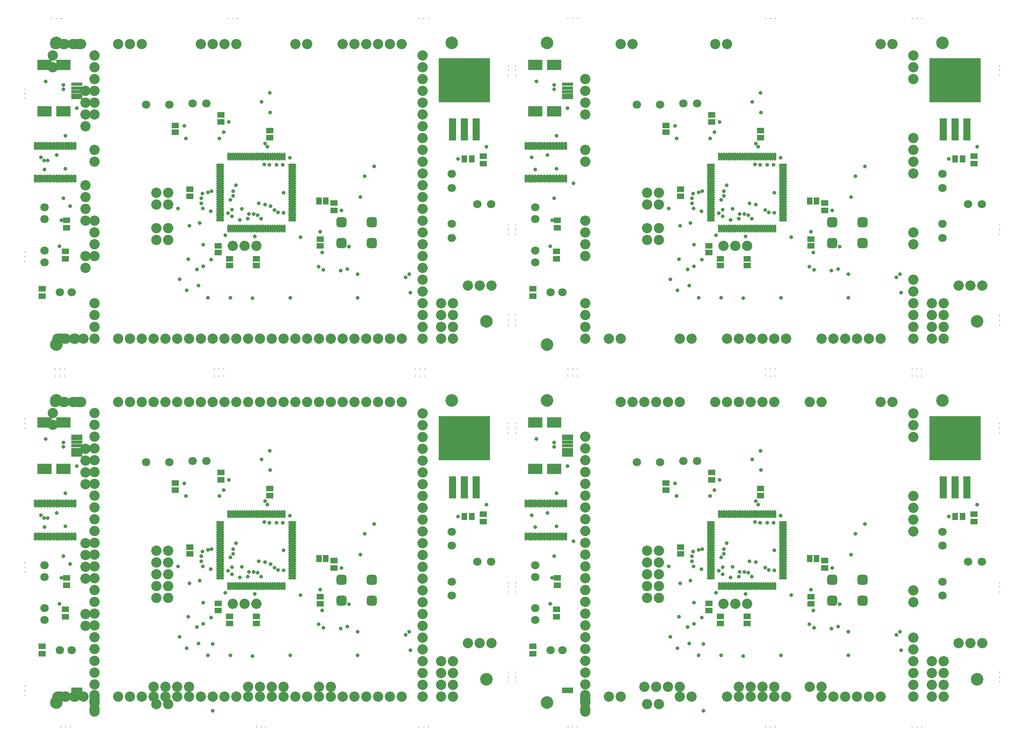
<source format=gts>
%FSTAX24Y24*%
%MOMM*%
%SFA1B1*%

%IPPOS*%
%AMD50*
4,1,8,-0.500380,-1.102360,0.500380,-1.102360,1.102360,-0.500380,1.102360,0.500380,0.500380,1.102360,-0.500380,1.102360,-1.102360,0.500380,-1.102360,-0.500380,-0.500380,-1.102360,0.0*
1,1,1.203200,-0.500380,-0.500380*
1,1,1.203200,0.500380,-0.500380*
1,1,1.203200,0.500380,0.500380*
1,1,1.203200,-0.500380,0.500380*
%
%ADD37R,1.503197X1.203198*%
%ADD38O,0.503199X1.703197*%
%ADD39O,1.703197X0.503199*%
%ADD40R,1.553197X4.803190*%
%ADD41R,11.003178X9.603181*%
%ADD42R,1.603197X1.303197*%
%ADD43R,1.303197X1.603197*%
%ADD44R,1.203198X1.503197*%
%ADD45O,0.703199X1.803196*%
%ADD46R,2.453195X1.203198*%
%ADD47R,2.453195X0.703199*%
%ADD48R,3.103194X2.203196*%
%ADD49C,0.203200*%
G04~CAMADD=50~8~0.0~0.0~867.4~867.4~236.9~0.0~15~0.0~0.0~0.0~0.0~0~0.0~0.0~0.0~0.0~0~0.0~0.0~0.0~180.0~868.0~868.0*
%ADD50D50*%
%ADD51C,2.703195*%
%ADD52C,1.803196*%
%ADD53C,2.203196*%
%ADD54C,0.803198*%
%LNpcbpannel-1*%
%LPD*%
G54D37*
X488999Y598999D03*
Y614999D03*
X731999Y424999D03*
Y408999D03*
X1052499Y509499D03*
Y525499D03*
X154999Y320499D03*
Y304499D03*
X104999Y240499D03*
Y224499D03*
X157499Y371999D03*
Y387999D03*
X488999Y1368999D03*
Y1384999D03*
X731999Y1194999D03*
Y1178999D03*
X1052499Y1279499D03*
Y1295499D03*
X154999Y1090499D03*
Y1074499D03*
X104999Y1010499D03*
Y994499D03*
X157499Y1141999D03*
Y1157999D03*
X1543999Y1368999D03*
Y1384999D03*
X1786999Y1194999D03*
Y1178999D03*
X2107499Y1279499D03*
Y1295499D03*
X1209999Y1090499D03*
Y1074499D03*
X1159999Y1010499D03*
Y994499D03*
X1212499Y1141999D03*
Y1157999D03*
X1543999Y598999D03*
Y614999D03*
X1786999Y424999D03*
Y408999D03*
X2107499Y509499D03*
Y525499D03*
X1209999Y320499D03*
Y304499D03*
X1159999Y240499D03*
Y224499D03*
X1212499Y371999D03*
Y387999D03*
G54D38*
X504999Y524999D03*
X509999D03*
X514999D03*
X519999D03*
X524999D03*
X529999D03*
X534999D03*
X539999D03*
X544999D03*
X549999D03*
X554999D03*
X559999D03*
X564999D03*
X569999D03*
X574999D03*
X579999D03*
X584999D03*
X589999D03*
X594999D03*
X599999D03*
X604999D03*
X609999D03*
X614999D03*
X619999D03*
X624999D03*
Y369999D03*
X619999D03*
X614999D03*
X609999D03*
X604999D03*
X599999D03*
X594999D03*
X589999D03*
X584999D03*
X579999D03*
X574999D03*
X569999D03*
X564999D03*
X559999D03*
X554999D03*
X549999D03*
X544999D03*
X539999D03*
X534999D03*
X529999D03*
X524999D03*
X519999D03*
X514999D03*
X509999D03*
X504999D03*
Y1294999D03*
X509999D03*
X514999D03*
X519999D03*
X524999D03*
X529999D03*
X534999D03*
X539999D03*
X544999D03*
X549999D03*
X554999D03*
X559999D03*
X564999D03*
X569999D03*
X574999D03*
X579999D03*
X584999D03*
X589999D03*
X594999D03*
X599999D03*
X604999D03*
X609999D03*
X614999D03*
X619999D03*
X624999D03*
Y1139999D03*
X619999D03*
X614999D03*
X609999D03*
X604999D03*
X599999D03*
X594999D03*
X589999D03*
X584999D03*
X579999D03*
X574999D03*
X569999D03*
X564999D03*
X559999D03*
X554999D03*
X549999D03*
X544999D03*
X539999D03*
X534999D03*
X529999D03*
X524999D03*
X519999D03*
X514999D03*
X509999D03*
X504999D03*
X1559999Y1294999D03*
X1564999D03*
X1569999D03*
X1574999D03*
X1579999D03*
X1584999D03*
X1589999D03*
X1594999D03*
X1599999D03*
X1604999D03*
X1609999D03*
X1614999D03*
X1619999D03*
X1624999D03*
X1629999D03*
X1634999D03*
X1639999D03*
X1644999D03*
X1649999D03*
X1654999D03*
X1659999D03*
X1664999D03*
X1669999D03*
X1674999D03*
X1679999D03*
Y1139999D03*
X1674999D03*
X1669999D03*
X1664999D03*
X1659999D03*
X1654999D03*
X1649999D03*
X1644999D03*
X1639999D03*
X1634999D03*
X1629999D03*
X1624999D03*
X1619999D03*
X1614999D03*
X1609999D03*
X1604999D03*
X1599999D03*
X1594999D03*
X1589999D03*
X1584999D03*
X1579999D03*
X1574999D03*
X1569999D03*
X1564999D03*
X1559999D03*
Y524999D03*
X1564999D03*
X1569999D03*
X1574999D03*
X1579999D03*
X1584999D03*
X1589999D03*
X1594999D03*
X1599999D03*
X1604999D03*
X1609999D03*
X1614999D03*
X1619999D03*
X1624999D03*
X1629999D03*
X1634999D03*
X1639999D03*
X1644999D03*
X1649999D03*
X1654999D03*
X1659999D03*
X1664999D03*
X1669999D03*
X1674999D03*
X1679999D03*
Y369999D03*
X1674999D03*
X1669999D03*
X1664999D03*
X1659999D03*
X1654999D03*
X1649999D03*
X1644999D03*
X1639999D03*
X1634999D03*
X1629999D03*
X1624999D03*
X1619999D03*
X1614999D03*
X1609999D03*
X1604999D03*
X1599999D03*
X1594999D03*
X1589999D03*
X1584999D03*
X1579999D03*
X1574999D03*
X1569999D03*
X1564999D03*
X1559999D03*
G54D39*
X642499Y507499D03*
Y502499D03*
Y497499D03*
Y492499D03*
Y487499D03*
Y482499D03*
Y477499D03*
Y472499D03*
Y467499D03*
Y462499D03*
Y457499D03*
Y452499D03*
Y447499D03*
Y442499D03*
Y437499D03*
Y432499D03*
Y427499D03*
Y422499D03*
Y417499D03*
Y412499D03*
Y407499D03*
Y402499D03*
Y397499D03*
Y392499D03*
Y387499D03*
X487499D03*
Y392499D03*
Y397499D03*
Y402499D03*
Y407499D03*
Y412499D03*
Y417499D03*
Y422499D03*
Y427499D03*
Y432499D03*
Y437499D03*
Y442499D03*
Y447499D03*
Y452499D03*
Y457499D03*
Y462499D03*
Y467499D03*
Y472499D03*
Y477499D03*
Y482499D03*
Y487499D03*
Y492499D03*
Y497499D03*
Y502499D03*
Y507499D03*
X642499Y1277499D03*
Y1272499D03*
Y1267499D03*
Y1262499D03*
Y1257499D03*
Y1252499D03*
Y1247499D03*
Y1242499D03*
Y1237499D03*
Y1232499D03*
Y1227499D03*
Y1222499D03*
Y1217499D03*
Y1212499D03*
Y1207499D03*
Y1202499D03*
Y1197499D03*
Y1192499D03*
Y1187499D03*
Y1182499D03*
Y1177499D03*
Y1172499D03*
Y1167499D03*
Y1162499D03*
Y1157499D03*
X487499D03*
Y1162499D03*
Y1167499D03*
Y1172499D03*
Y1177499D03*
Y1182499D03*
Y1187499D03*
Y1192499D03*
Y1197499D03*
Y1202499D03*
Y1207499D03*
Y1212499D03*
Y1217499D03*
Y1222499D03*
Y1227499D03*
Y1232499D03*
Y1237499D03*
Y1242499D03*
Y1247499D03*
Y1252499D03*
Y1257499D03*
Y1262499D03*
Y1267499D03*
Y1272499D03*
Y1277499D03*
X1697499D03*
Y1272499D03*
Y1267499D03*
Y1262499D03*
Y1257499D03*
Y1252499D03*
Y1247499D03*
Y1242499D03*
Y1237499D03*
Y1232499D03*
Y1227499D03*
Y1222499D03*
Y1217499D03*
Y1212499D03*
Y1207499D03*
Y1202499D03*
Y1197499D03*
Y1192499D03*
Y1187499D03*
Y1182499D03*
Y1177499D03*
Y1172499D03*
Y1167499D03*
Y1162499D03*
Y1157499D03*
X1542499D03*
Y1162499D03*
Y1167499D03*
Y1172499D03*
Y1177499D03*
Y1182499D03*
Y1187499D03*
Y1192499D03*
Y1197499D03*
Y1202499D03*
Y1207499D03*
Y1212499D03*
Y1217499D03*
Y1222499D03*
Y1227499D03*
Y1232499D03*
Y1237499D03*
Y1242499D03*
Y1247499D03*
Y1252499D03*
Y1257499D03*
Y1262499D03*
Y1267499D03*
Y1272499D03*
Y1277499D03*
X1697499Y507499D03*
Y502499D03*
Y497499D03*
Y492499D03*
Y487499D03*
Y482499D03*
Y477499D03*
Y472499D03*
Y467499D03*
Y462499D03*
Y457499D03*
Y452499D03*
Y447499D03*
Y442499D03*
Y437499D03*
Y432499D03*
Y427499D03*
Y422499D03*
Y417499D03*
Y412499D03*
Y407499D03*
Y402499D03*
Y397499D03*
Y392499D03*
Y387499D03*
X1542499D03*
Y392499D03*
Y397499D03*
Y402499D03*
Y407499D03*
Y412499D03*
Y417499D03*
Y422499D03*
Y427499D03*
Y432499D03*
Y437499D03*
Y442499D03*
Y447499D03*
Y452499D03*
Y457499D03*
Y462499D03*
Y467499D03*
Y472499D03*
Y477499D03*
Y482499D03*
Y487499D03*
Y492499D03*
Y497499D03*
Y502499D03*
Y507499D03*
G54D40*
X1037999Y582999D03*
X1012599D03*
X987199D03*
X1037999Y1352999D03*
X1012599D03*
X987199D03*
X2092999D03*
X2067599D03*
X2042199D03*
X2092999Y582999D03*
X2067599D03*
X2042199D03*
G54D41*
X1012599Y688999D03*
Y1458999D03*
X2067599D03*
Y688999D03*
G54D42*
X390499Y576999D03*
Y591999D03*
X482999Y317999D03*
Y332999D03*
X421999Y439499D03*
Y454499D03*
X593999Y565499D03*
Y580499D03*
X565399Y304999D03*
Y289999D03*
X507499Y304999D03*
Y289999D03*
X701999Y332499D03*
Y347499D03*
X390499Y1346999D03*
Y1361999D03*
X482999Y1087999D03*
Y1102999D03*
X421999Y1209499D03*
Y1224499D03*
X593999Y1335499D03*
Y1350499D03*
X565399Y1074999D03*
Y1059999D03*
X507499Y1074999D03*
Y1059999D03*
X701999Y1102499D03*
Y1117499D03*
X1445499Y1346999D03*
Y1361999D03*
X1537999Y1087999D03*
Y1102999D03*
X1476999Y1209499D03*
Y1224499D03*
X1648999Y1335499D03*
Y1350499D03*
X1620399Y1074999D03*
Y1059999D03*
X1562499Y1074999D03*
Y1059999D03*
X1756999Y1102499D03*
Y1117499D03*
X1445499Y576999D03*
Y591999D03*
X1537999Y317999D03*
Y332999D03*
X1476999Y439499D03*
Y454499D03*
X1648999Y565499D03*
Y580499D03*
X1620399Y304999D03*
Y289999D03*
X1562499Y304999D03*
Y289999D03*
X1756999Y332499D03*
Y347499D03*
G54D43*
X699499Y429499D03*
X714499D03*
X699499Y1199499D03*
X714499D03*
X1754499D03*
X1769499D03*
X1754499Y429499D03*
X1769499D03*
G54D44*
X1027999Y519999D03*
X1011999D03*
X1027999Y1289999D03*
X1011999D03*
X2082999D03*
X2066999D03*
X2082999Y519999D03*
X2066999D03*
G54D45*
X174749Y547749D03*
X168249D03*
X161749D03*
X155249D03*
X148749D03*
X142249D03*
X135749D03*
X129249D03*
X122749D03*
X116249D03*
X109749D03*
X103249D03*
X096749D03*
X090249D03*
X174749Y477249D03*
X168249D03*
X161749D03*
X155249D03*
X148749D03*
X142249D03*
X135749D03*
X129249D03*
X122749D03*
X116249D03*
X109749D03*
X103249D03*
X096749D03*
X090249D03*
X174749Y1317749D03*
X168249D03*
X161749D03*
X155249D03*
X148749D03*
X142249D03*
X135749D03*
X129249D03*
X122749D03*
X116249D03*
X109749D03*
X103249D03*
X096749D03*
X090249D03*
X174749Y1247249D03*
X168249D03*
X161749D03*
X155249D03*
X148749D03*
X142249D03*
X135749D03*
X129249D03*
X122749D03*
X116249D03*
X109749D03*
X103249D03*
X096749D03*
X090249D03*
X1229749Y1317749D03*
X1223249D03*
X1216749D03*
X1210249D03*
X1203749D03*
X1197249D03*
X1190749D03*
X1184249D03*
X1177749D03*
X1171249D03*
X1164749D03*
X1158249D03*
X1151749D03*
X1145249D03*
X1229749Y1247249D03*
X1223249D03*
X1216749D03*
X1210249D03*
X1203749D03*
X1197249D03*
X1190749D03*
X1184249D03*
X1177749D03*
X1171249D03*
X1164749D03*
X1158249D03*
X1151749D03*
X1145249D03*
X1229749Y547749D03*
X1223249D03*
X1216749D03*
X1210249D03*
X1203749D03*
X1197249D03*
X1190749D03*
X1184249D03*
X1177749D03*
X1171249D03*
X1164749D03*
X1158249D03*
X1151749D03*
X1145249D03*
X1229749Y477249D03*
X1223249D03*
X1216749D03*
X1210249D03*
X1203749D03*
X1197249D03*
X1190749D03*
X1184249D03*
X1177749D03*
X1171249D03*
X1164749D03*
X1158249D03*
X1151749D03*
X1145249D03*
G54D46*
X178999Y690499D03*
Y654499D03*
Y14605D03*
Y1424499D03*
X1233999Y14605D03*
Y1424499D03*
Y690499D03*
Y654499D03*
G54D47*
X178999Y680499D03*
Y672499D03*
Y664499D03*
Y1450499D03*
Y1442499D03*
Y1434499D03*
X1233999Y1450499D03*
Y1442499D03*
Y1434499D03*
Y680499D03*
Y672499D03*
Y664499D03*
G54D48*
X149999Y722499D03*
X109999D03*
Y622499D03*
X149999D03*
Y1492499D03*
X109999D03*
Y1392499D03*
X149999D03*
X1204999Y1492499D03*
X1164999D03*
Y1392499D03*
X1204999D03*
Y722499D03*
X1164999D03*
Y622499D03*
X1204999D03*
G54D49*
X474999Y837499D03*
X484999D03*
X494999D03*
Y822499D03*
X484999D03*
X474999D03*
X907499D03*
X917499D03*
X927499D03*
Y837499D03*
X917499D03*
X907499D03*
X132499Y822499D03*
X142499D03*
X152499D03*
Y837499D03*
X142499D03*
X132499D03*
X934999Y1592499D03*
X924999D03*
X914999D03*
X524999D03*
X514999D03*
X504999D03*
X144999D03*
X134999D03*
X124999D03*
X067499Y1439999D03*
Y1429999D03*
Y1419999D03*
Y1089999D03*
Y1079999D03*
Y1069999D03*
X144999Y067499D03*
X154999D03*
X164999D03*
X564999D03*
X574999D03*
X584999D03*
X914999D03*
X924999D03*
X934999D03*
X1234999D03*
X1244999D03*
X1254999D03*
X1659999D03*
X1669999D03*
X1679999D03*
X1974999D03*
X1984999D03*
X1994999D03*
Y837499D03*
X1984999D03*
X1974999D03*
Y822499D03*
X1984999D03*
X1994999D03*
X1679999Y837499D03*
X1669999D03*
X1659999D03*
Y822499D03*
X1669999D03*
X1679999D03*
X1254999Y837499D03*
X1244999D03*
X1234999D03*
Y822499D03*
X1244999D03*
X1254999D03*
X1974999Y1592499D03*
X1984999D03*
X1994999D03*
X1659999D03*
X1669999D03*
X1679999D03*
X1234999D03*
X1244999D03*
X1254999D03*
X067499Y134999D03*
Y144999D03*
Y154999D03*
Y399999D03*
Y409999D03*
Y419999D03*
Y709999D03*
Y719999D03*
Y729999D03*
X2162499Y1127499D03*
Y1137499D03*
Y1147499D03*
Y1469999D03*
Y1479999D03*
Y1489999D03*
Y719999D03*
Y709999D03*
Y699999D03*
Y377499D03*
Y367499D03*
Y357499D03*
Y9525D03*
Y942499D03*
Y932499D03*
Y164999D03*
Y174999D03*
Y184999D03*
X1107499D03*
Y174999D03*
Y164999D03*
Y932499D03*
Y942499D03*
Y9525D03*
Y357499D03*
Y367499D03*
Y377499D03*
Y699999D03*
Y709999D03*
Y719999D03*
Y1489999D03*
Y1479999D03*
Y1469999D03*
Y1147499D03*
Y1137499D03*
Y1127499D03*
X1122499Y1469999D03*
Y1479999D03*
Y1489999D03*
Y1127499D03*
Y1137499D03*
Y1147499D03*
Y932499D03*
Y942499D03*
Y9525D03*
Y699999D03*
Y709999D03*
Y719999D03*
Y357499D03*
Y367499D03*
Y377499D03*
Y164999D03*
Y174999D03*
Y184999D03*
G54D50*
X813249Y383858D03*
Y338858D03*
X748249D03*
Y383858D03*
X813249Y1153858D03*
Y1108858D03*
X748249D03*
Y1153858D03*
X1868249D03*
Y1108858D03*
X1803249D03*
Y1153858D03*
X1868249Y383858D03*
Y338858D03*
X1803249D03*
Y383858D03*
G54D51*
X984999Y769999D03*
X1059999Y169999D03*
X134999Y119999D03*
Y769999D03*
X984999Y1539999D03*
X1059999Y939999D03*
X134999Y889999D03*
Y1539999D03*
X2039999D03*
X2114999Y939999D03*
X1189999Y889999D03*
Y1539999D03*
X2039999Y769999D03*
X2114999Y169999D03*
X1189999Y119999D03*
Y769999D03*
G54D52*
X167899Y232499D03*
X142499D03*
X1039999Y422499D03*
X1069999D03*
X984999Y457499D03*
Y487499D03*
X109999Y322899D03*
Y297499D03*
Y389999D03*
Y415399D03*
X427999Y639499D03*
X457999D03*
X377999Y636999D03*
X327999D03*
X984999Y379999D03*
Y349999D03*
X167899Y1002499D03*
X142499D03*
X1039999Y1192499D03*
X1069999D03*
X984999Y1227499D03*
Y1257499D03*
X109999Y1092899D03*
Y1067499D03*
Y1159999D03*
Y1185399D03*
X427999Y1409499D03*
X457999D03*
X377999Y1406999D03*
X327999D03*
X984999Y1149999D03*
Y1119999D03*
X1222899Y1002499D03*
X1197499D03*
X2094999Y1192499D03*
X2124999D03*
X2039999Y1227499D03*
Y1257499D03*
X1164999Y1092899D03*
Y1067499D03*
Y1159999D03*
Y1185399D03*
X1482999Y1409499D03*
X1512999D03*
X1432999Y1406999D03*
X1382999D03*
X2039999Y1149999D03*
Y1119999D03*
X1222899Y232499D03*
X1197499D03*
X2094999Y422499D03*
X2124999D03*
X2039999Y457499D03*
Y487499D03*
X1164999Y322899D03*
Y297499D03*
Y389999D03*
Y415399D03*
X1482999Y639499D03*
X1512999D03*
X1432999Y636999D03*
X1382999D03*
X2039999Y379999D03*
Y349999D03*
G54D53*
X1019599Y247499D03*
X1044999D03*
X1070398Y247498D03*
X375398Y3958D03*
X375399Y421199D03*
Y446599D03*
X349999D03*
Y421199D03*
X349998Y3958D03*
X375399Y344999D03*
Y370399D03*
X349999D03*
Y344999D03*
X877799Y766998D03*
X852399D03*
X8016Y766999D03*
X827D03*
X725401Y767D03*
X700001D03*
X7508Y766999D03*
X7762D03*
X573001Y767D03*
X547601D03*
X496801Y767001D03*
X522201D03*
X623801Y767D03*
X598401D03*
X6492Y766999D03*
X6746D03*
X369801Y767D03*
X344401D03*
X293601Y767001D03*
X319001D03*
X420601Y767D03*
X395201D03*
X446Y766999D03*
X4714D03*
X2682D03*
X2175Y742498D03*
Y717098D03*
X217499Y666299D03*
Y691699D03*
X217498Y5901D03*
Y5647D03*
X217499Y615499D03*
Y640899D03*
X217498Y4377D03*
Y4123D03*
X217497Y361501D03*
Y386901D03*
X217498Y4885D03*
Y4631D03*
X217499Y513899D03*
Y539299D03*
X217498Y2345D03*
Y2091D03*
X217497Y158301D03*
Y183701D03*
X217498Y2853D03*
Y2599D03*
X217499Y310699D03*
Y336099D03*
Y132899D03*
X514599Y332499D03*
X565399D03*
X539999D03*
X922498Y132498D03*
Y157898D03*
X922499Y208697D03*
Y183297D03*
X9225Y284897D03*
Y310297D03*
X922499Y259497D03*
Y234097D03*
X9225Y437297D03*
Y462697D03*
X922501Y513496D03*
Y488096D03*
X9225Y386497D03*
Y411897D03*
X922499Y361097D03*
Y335697D03*
X9225Y640497D03*
Y665897D03*
X922501Y716696D03*
Y691296D03*
X9225Y589697D03*
Y615097D03*
X922499Y564297D03*
Y538897D03*
Y742097D03*
X987498Y2087D03*
Y1833D03*
X987497Y157901D03*
X987498Y1325D03*
X962098D03*
X962097Y157901D03*
X962098Y1833D03*
Y2087D03*
X267801Y132501D03*
X293201D03*
X344Y1325D03*
X3186D03*
X420199Y132499D03*
X445599D03*
X3948Y1325D03*
X3694D03*
X572599Y132499D03*
X597999D03*
X648798Y132498D03*
X623398D03*
X521799Y132499D03*
X547199D03*
X4964Y1325D03*
X471D03*
X775799Y132499D03*
X801199D03*
X851998Y132498D03*
X826598D03*
X724999Y132499D03*
X750399D03*
X6996Y1325D03*
X6742D03*
X8774D03*
X1019599Y1017499D03*
X1044999D03*
X1070398Y1017498D03*
X375398Y11658D03*
X375399Y1191199D03*
Y1216599D03*
X349999D03*
Y1191199D03*
X349998Y11658D03*
X375399Y1114999D03*
Y1140399D03*
X349999D03*
Y1114999D03*
X877799Y1536998D03*
X852399D03*
X8016Y1536999D03*
X827D03*
X725401Y1537D03*
X700001D03*
X7508Y1536999D03*
X7762D03*
X573001Y1537D03*
X547601D03*
X496801Y1537001D03*
X522201D03*
X623801Y1537D03*
X598401D03*
X6492Y1536999D03*
X6746D03*
X369801Y1537D03*
X344401D03*
X293601Y1537001D03*
X319001D03*
X420601Y1537D03*
X395201D03*
X446Y1536999D03*
X4714D03*
X2682D03*
X2175Y1512498D03*
Y1487098D03*
X217499Y1436299D03*
Y1461699D03*
X217498Y13601D03*
Y13347D03*
X217499Y1385499D03*
Y1410899D03*
X217498Y12077D03*
Y11823D03*
X217497Y1131501D03*
Y1156901D03*
X217498Y12585D03*
Y12331D03*
X217499Y1283899D03*
Y1309299D03*
X217498Y10045D03*
Y9791D03*
X217497Y928301D03*
Y953701D03*
X217498Y10553D03*
Y10299D03*
X217499Y1080699D03*
Y1106099D03*
Y902899D03*
X514599Y1102499D03*
X565399D03*
X539999D03*
X922498Y902498D03*
Y927898D03*
X922499Y978697D03*
Y953297D03*
X9225Y1054897D03*
Y1080297D03*
X922499Y1029497D03*
Y1004097D03*
X9225Y1207297D03*
Y1232697D03*
X922501Y1283496D03*
Y1258096D03*
X9225Y1156497D03*
Y1181897D03*
X922499Y1131097D03*
Y1105697D03*
X9225Y1410497D03*
Y1435897D03*
X922501Y1486696D03*
Y1461296D03*
X9225Y1359697D03*
Y1385097D03*
X922499Y1334297D03*
Y1308897D03*
Y1512097D03*
X987498Y9787D03*
Y9533D03*
X987497Y927901D03*
X987498Y9025D03*
X962098D03*
X962097Y927901D03*
X962098Y9533D03*
Y9787D03*
X267801Y902501D03*
X293201D03*
X344Y9025D03*
X3186D03*
X420199Y902499D03*
X445599D03*
X3948Y9025D03*
X3694D03*
X572599Y902499D03*
X597999D03*
X648798Y902498D03*
X623398D03*
X521799Y902499D03*
X547199D03*
X4964Y9025D03*
X471D03*
X775799Y902499D03*
X801199D03*
X851998Y902498D03*
X826598D03*
X724999Y902499D03*
X750399D03*
X6996Y9025D03*
X6742D03*
X8774D03*
X2074599Y1017499D03*
X2099999D03*
X2125398Y1017498D03*
X1430398Y11658D03*
X1430399Y1191199D03*
Y1216599D03*
X1404999D03*
Y1191199D03*
X1404998Y11658D03*
X1430399Y1114999D03*
Y1140399D03*
X1404999D03*
Y1114999D03*
X1932799Y1536998D03*
X1907399D03*
X18566Y1536999D03*
X1882D03*
X1780401Y1537D03*
X1755001D03*
X18058Y1536999D03*
X18312D03*
X1628001Y1537D03*
X1602601D03*
X1551801Y1537001D03*
X1577201D03*
X1678801Y1537D03*
X1653401D03*
X17042Y1536999D03*
X17296D03*
X1424801Y1537D03*
X1399401D03*
X1348601Y1537001D03*
X1374001D03*
X1475601Y1537D03*
X1450201D03*
X1501Y1536999D03*
X15264D03*
X13232D03*
X12725Y1512498D03*
Y1487098D03*
X1272499Y1436299D03*
Y1461699D03*
X1272498Y13601D03*
Y13347D03*
X1272499Y1385499D03*
Y1410899D03*
X1272498Y12077D03*
Y11823D03*
X1272497Y1131501D03*
Y1156901D03*
X1272498Y12585D03*
Y12331D03*
X1272499Y1283899D03*
Y1309299D03*
X1272498Y10045D03*
Y9791D03*
X1272497Y928301D03*
Y953701D03*
X1272498Y10553D03*
Y10299D03*
X1272499Y1080699D03*
Y1106099D03*
Y902899D03*
X1569599Y1102499D03*
X1620399D03*
X1594999D03*
X1977498Y902498D03*
Y927898D03*
X1977499Y978697D03*
Y953297D03*
X19775Y1054897D03*
Y1080297D03*
X1977499Y1029497D03*
Y1004097D03*
X19775Y1207297D03*
Y1232697D03*
X1977501Y1283496D03*
Y1258096D03*
X19775Y1156497D03*
Y1181897D03*
X1977499Y1131097D03*
Y1105697D03*
X19775Y1410497D03*
Y1435897D03*
X1977501Y1486696D03*
Y1461296D03*
X19775Y1359697D03*
Y1385097D03*
X1977499Y1334297D03*
Y1308897D03*
Y1512097D03*
X2042498Y9787D03*
Y9533D03*
X2042497Y927901D03*
X2042498Y9025D03*
X2017098D03*
X2017097Y927901D03*
X2017098Y9533D03*
Y9787D03*
X1322801Y902501D03*
X1348201D03*
X1399Y9025D03*
X13736D03*
X1475199Y902499D03*
X1500599D03*
X14498Y9025D03*
X14244D03*
X1627599Y902499D03*
X1652999D03*
X1703798Y902498D03*
X1678398D03*
X1576799Y902499D03*
X1602199D03*
X15514Y9025D03*
X1526D03*
X1830799Y902499D03*
X1856199D03*
X1906998Y902498D03*
X1881598D03*
X1779999Y902499D03*
X1805399D03*
X17546Y9025D03*
X17292D03*
X19324D03*
X2074599Y247499D03*
X2099999D03*
X2125398Y247498D03*
X1430398Y3958D03*
X1430399Y421199D03*
Y446599D03*
X1404999D03*
Y421199D03*
X1404998Y3958D03*
X1430399Y344999D03*
Y370399D03*
X1404999D03*
Y344999D03*
X1932799Y766998D03*
X1907399D03*
X18566Y766999D03*
X1882D03*
X1780401Y767D03*
X1755001D03*
X18058Y766999D03*
X18312D03*
X1628001Y767D03*
X1602601D03*
X1551801Y767001D03*
X1577201D03*
X1678801Y767D03*
X1653401D03*
X17042Y766999D03*
X17296D03*
X1424801Y767D03*
X1399401D03*
X1348601Y767001D03*
X1374001D03*
X1475601Y767D03*
X1450201D03*
X1501Y766999D03*
X15264D03*
X13232D03*
X12725Y742498D03*
Y717098D03*
X1272499Y666299D03*
Y691699D03*
X1272498Y5901D03*
Y5647D03*
X1272499Y615499D03*
Y640899D03*
X1272498Y4377D03*
Y4123D03*
X1272497Y361501D03*
Y386901D03*
X1272498Y4885D03*
Y4631D03*
X1272499Y513899D03*
Y539299D03*
X1272498Y2345D03*
Y2091D03*
X1272497Y158301D03*
Y183701D03*
X1272498Y2853D03*
Y2599D03*
X1272499Y310699D03*
Y336099D03*
Y132899D03*
X1569599Y332499D03*
X1620399D03*
X1594999D03*
X1977498Y132498D03*
Y157898D03*
X1977499Y208697D03*
Y183297D03*
X19775Y284897D03*
Y310297D03*
X1977499Y259497D03*
Y234097D03*
X19775Y437297D03*
Y462697D03*
X1977501Y513496D03*
Y488096D03*
X19775Y386497D03*
Y411897D03*
X1977499Y361097D03*
Y335697D03*
X19775Y640497D03*
Y665897D03*
X1977501Y716696D03*
Y691296D03*
X19775Y589697D03*
Y615097D03*
X1977499Y564297D03*
Y538897D03*
Y742097D03*
X2042498Y2087D03*
Y1833D03*
X2042497Y157901D03*
X2042498Y1325D03*
X2017098D03*
X2017097Y157901D03*
X2017098Y1833D03*
Y2087D03*
X1322801Y132501D03*
X1348201D03*
X1399Y1325D03*
X13736D03*
X1475199Y132499D03*
X1500599D03*
X14498Y1325D03*
X14244D03*
X1627599Y132499D03*
X1652999D03*
X1703798Y132498D03*
X1678398D03*
X1576799Y132499D03*
X1602199D03*
X15514Y1325D03*
X1526D03*
X1830799Y132499D03*
X1856199D03*
X1906998Y132498D03*
X1881598D03*
X1779999Y132499D03*
X1805399D03*
X17546Y1325D03*
X17292D03*
X19324D03*
G54D54*
X698999Y287999D03*
X760999Y282999D03*
X763999Y330999D03*
X708999Y280999D03*
X745999Y278999D03*
X886108Y265108D03*
X817999Y503999D03*
X797999Y482999D03*
X998999Y519999D03*
X659999Y350999D03*
X706999Y317999D03*
X636999Y521999D03*
X154999Y569999D03*
X1059999Y545999D03*
X594999Y619999D03*
X593999Y661999D03*
X575999Y642999D03*
X505999Y598999D03*
X178999Y628999D03*
X111999Y686999D03*
X145999Y387999D03*
X135999Y527999D03*
X109999Y496999D03*
X154999Y498999D03*
X141999Y331999D03*
X399999Y260999D03*
X418999Y303999D03*
X414999Y236999D03*
X470999Y245999D03*
X440999Y246999D03*
X514999Y449999D03*
Y439999D03*
X508999Y431999D03*
X520999Y462999D03*
X468998Y449998D03*
X460999Y447999D03*
X448999Y444999D03*
X446999Y434999D03*
Y423999D03*
X420999Y375999D03*
X466999Y406999D03*
X449999Y412999D03*
X396999D03*
X442999Y381999D03*
X512999Y395999D03*
Y410999D03*
X533999Y411999D03*
X450999Y334999D03*
Y288999D03*
X436999Y281999D03*
X497999Y355999D03*
X460999Y220999D03*
X508999D03*
X556999Y219999D03*
X637999Y220999D03*
X782999D03*
Y271999D03*
X893999D03*
X191999Y466999D03*
X149999Y434999D03*
Y678999D03*
Y669999D03*
X102196Y522802D03*
X10856Y516438D03*
X546999Y390999D03*
X503999Y402999D03*
X467999Y302999D03*
X561999Y352999D03*
X548999Y400999D03*
X558999D03*
X567999Y398999D03*
X788999Y437999D03*
X569999Y423999D03*
X623999Y446999D03*
X583999Y421999D03*
X595999Y417999D03*
X603999Y409999D03*
X611999Y404999D03*
X623999Y403999D03*
X895999Y231999D03*
X592999Y506999D03*
X581999Y508D03*
X588999Y545999D03*
X583999Y552999D03*
X413999Y563999D03*
X485999D03*
X409999Y590999D03*
X494999Y576999D03*
X621999Y506999D03*
X529999Y388999D03*
X607999Y506999D03*
X574999Y390999D03*
X701999Y362999D03*
X747999Y408999D03*
X698999Y1057999D03*
X760999Y1052999D03*
X763999Y1100999D03*
X708999Y1050999D03*
X745999Y1048999D03*
X886108Y1035108D03*
X817999Y1273999D03*
X797999Y1252999D03*
X998999Y1289999D03*
X659999Y1120999D03*
X706999Y1087999D03*
X636999Y1291999D03*
X154999Y1339999D03*
X1059999Y1315999D03*
X594999Y1389999D03*
X593999Y1431999D03*
X575999Y1412999D03*
X505999Y1368999D03*
X178999Y1398999D03*
X111999Y1456999D03*
X145999Y1157999D03*
X135999Y1297999D03*
X109999Y1266999D03*
X154999Y1268999D03*
X141999Y1101999D03*
X399999Y1030999D03*
X418999Y1073999D03*
X414999Y1006999D03*
X470999Y1016D03*
X440999Y1016999D03*
X514999Y1219999D03*
Y1209999D03*
X508999Y1201999D03*
X520999Y1232999D03*
X468998Y1219998D03*
X460999Y1217999D03*
X448999Y1214999D03*
X446999Y1204999D03*
Y1193999D03*
X420999Y1145999D03*
X466999Y1176999D03*
X449999Y1182999D03*
X396999D03*
X442999Y1151999D03*
X512999Y1165999D03*
Y1180999D03*
X533999Y1181999D03*
X450999Y1104999D03*
Y1058999D03*
X436999Y1051999D03*
X497999Y1125999D03*
X460999Y990999D03*
X508999D03*
X556999Y989999D03*
X637999Y990999D03*
X782999D03*
Y1041999D03*
X893999D03*
X191999Y1236999D03*
X149999Y1204999D03*
Y1448999D03*
Y1439999D03*
X102196Y1292802D03*
X10856Y1286438D03*
X546999Y1160999D03*
X503999Y1172999D03*
X467999Y1072999D03*
X561999Y1122999D03*
X548999Y1170999D03*
X558999D03*
X567999Y1168999D03*
X788999Y1207999D03*
X569999Y1193999D03*
X623999Y1216999D03*
X583999Y1191999D03*
X595999Y1187999D03*
X603999Y1179999D03*
X611999Y1174999D03*
X623999Y1173999D03*
X895999Y1001999D03*
X592999Y1276999D03*
X581999Y1277999D03*
X588999Y1315999D03*
X583999Y1322999D03*
X413999Y1333999D03*
X485999D03*
X409999Y1360999D03*
X494999Y1346999D03*
X621999Y1276999D03*
X529999Y1158999D03*
X607999Y1276999D03*
X574999Y1160999D03*
X701999Y1132999D03*
X747999Y1178999D03*
X1753999Y1057999D03*
X1815999Y1052999D03*
X1818999Y1100999D03*
X1763999Y1050999D03*
X1800999Y1048999D03*
X1941108Y1035108D03*
X1872999Y1273999D03*
X1852999Y1252999D03*
X2053999Y1289999D03*
X1714999Y1120999D03*
X1761999Y1087999D03*
X1691999Y1291999D03*
X1209999Y1339999D03*
X2114999Y1315999D03*
X1649999Y1389999D03*
X1648999Y1431999D03*
X1630999Y1412999D03*
X1560999Y1368999D03*
X1233999Y1398999D03*
X1166999Y1456999D03*
X1200999Y1157999D03*
X1190999Y1297999D03*
X1164999Y1266999D03*
X1209999Y1268999D03*
X1196999Y1101999D03*
X1454999Y1030999D03*
X1473999Y1073999D03*
X1469999Y1006999D03*
X1525999Y1016D03*
X1495999Y1016999D03*
X1569999Y1219999D03*
Y1209999D03*
X1563999Y1201999D03*
X1575999Y1232999D03*
X1523998Y1219998D03*
X1515999Y1217999D03*
X1503999Y1214999D03*
X1501999Y1204999D03*
Y1193999D03*
X1475999Y1145999D03*
X1521999Y1176999D03*
X1504999Y1182999D03*
X1451999D03*
X1497999Y1151999D03*
X1567999Y1165999D03*
Y1180999D03*
X1588999Y1181999D03*
X1505999Y1104999D03*
Y1058999D03*
X1491999Y1051999D03*
X1552999Y1125999D03*
X1515999Y990999D03*
X1563999D03*
X1611999Y989999D03*
X1692999Y990999D03*
X1837999D03*
Y1041999D03*
X1948999D03*
X1246999Y1236999D03*
X1204999Y1204999D03*
Y1448999D03*
Y1439999D03*
X1157196Y1292802D03*
X116356Y1286438D03*
X1601999Y1160999D03*
X1558999Y1172999D03*
X1522999Y1072999D03*
X1616999Y1122999D03*
X1603999Y1170999D03*
X1613999D03*
X1622999Y1168999D03*
X1843999Y1207999D03*
X1624999Y1193999D03*
X1678999Y1216999D03*
X1638999Y1191999D03*
X1651Y1187999D03*
X1658999Y1179999D03*
X1666999Y1174999D03*
X1678999Y1173999D03*
X1950999Y1001999D03*
X1647999Y1276999D03*
X1636999Y1277999D03*
X1643999Y1315999D03*
X1638999Y1322999D03*
X1468999Y1333999D03*
X1540999D03*
X1464999Y1360999D03*
X1549999Y1346999D03*
X1676999Y1276999D03*
X1584999Y1158999D03*
X1662999Y1276999D03*
X1629999Y1160999D03*
X1756999Y1132999D03*
X1802999Y1178999D03*
X1753999Y287999D03*
X1815999Y282999D03*
X1818999Y330999D03*
X1763999Y280999D03*
X1800999Y278999D03*
X1941108Y265108D03*
X1872999Y503999D03*
X1852999Y482999D03*
X2053999Y519999D03*
X1714999Y350999D03*
X1761999Y317999D03*
X1691999Y521999D03*
X1209999Y569999D03*
X2114999Y545999D03*
X1649999Y619999D03*
X1648999Y661999D03*
X1630999Y642999D03*
X1560999Y598999D03*
X1233999Y628999D03*
X1166999Y686999D03*
X1200999Y387999D03*
X1190999Y527999D03*
X1164999Y496999D03*
X1209999Y498999D03*
X1196999Y331999D03*
X1454999Y260999D03*
X1473999Y303999D03*
X1469999Y236999D03*
X1525999Y245999D03*
X1495999Y246999D03*
X1569999Y449999D03*
Y439999D03*
X1563999Y431999D03*
X1575999Y462999D03*
X1523998Y449998D03*
X1515999Y447999D03*
X1503999Y444999D03*
X1501999Y434999D03*
Y423999D03*
X1475999Y375999D03*
X1521999Y406999D03*
X1504999Y412999D03*
X1451999D03*
X1497999Y381999D03*
X1567999Y395999D03*
Y410999D03*
X1588999Y411999D03*
X1505999Y334999D03*
Y288999D03*
X1491999Y281999D03*
X1552999Y355999D03*
X1515999Y220999D03*
X1563999D03*
X1611999Y219999D03*
X1692999Y220999D03*
X1837999D03*
Y271999D03*
X1948999D03*
X1246999Y466999D03*
X1204999Y434999D03*
Y678999D03*
Y669999D03*
X1157196Y522802D03*
X116356Y516438D03*
X1601999Y390999D03*
X1558999Y402999D03*
X1522999Y302999D03*
X1616999Y352999D03*
X1603999Y400999D03*
X1613999D03*
X1622999Y398999D03*
X1843999Y437999D03*
X1624999Y423999D03*
X1678999Y446999D03*
X1638999Y421999D03*
X1651Y417999D03*
X1658999Y409999D03*
X1666999Y404999D03*
X1678999Y403999D03*
X1950999Y231999D03*
X1647999Y506999D03*
X1636999Y508D03*
X1643999Y545999D03*
X1638999Y552999D03*
X1468999Y563999D03*
X1540999D03*
X1464999Y590999D03*
X1549999Y576999D03*
X1676999Y506999D03*
X1584999Y388999D03*
X1662999Y506999D03*
X1629999Y390999D03*
X1756999Y362999D03*
X1802999Y408999D03*
M02*
</source>
